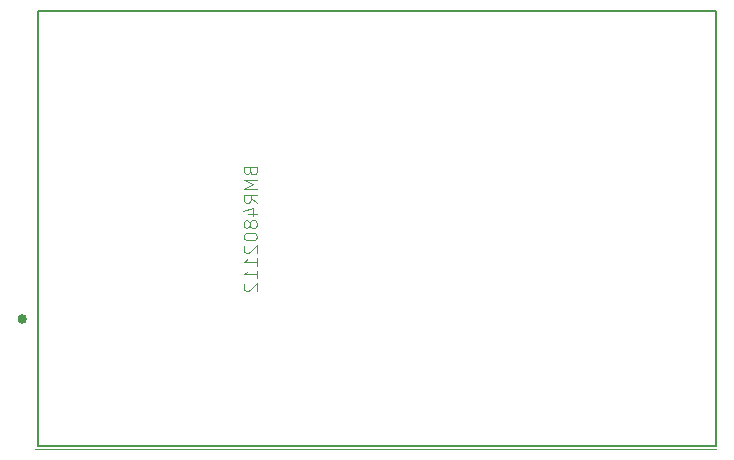
<source format=gbr>
%TF.GenerationSoftware,KiCad,Pcbnew,(5.1.9)-1*%
%TF.CreationDate,2021-04-12T23:16:36+02:00*%
%TF.ProjectId,v1_BMR480,76315f42-4d52-4343-9830-2e6b69636164,rev?*%
%TF.SameCoordinates,Original*%
%TF.FileFunction,Other,Fab,Bot*%
%FSLAX46Y46*%
G04 Gerber Fmt 4.6, Leading zero omitted, Abs format (unit mm)*
G04 Created by KiCad (PCBNEW (5.1.9)-1) date 2021-04-12 23:16:36*
%MOMM*%
%LPD*%
G01*
G04 APERTURE LIST*
%ADD10C,0.400000*%
%ADD11C,0.050000*%
%ADD12C,0.127000*%
%ADD13C,0.015000*%
G04 APERTURE END LIST*
D10*
%TO.C,PS1*%
X88772000Y-71173000D02*
G75*
G03*
X88772000Y-71173000I-200000J0D01*
G01*
D11*
X89660000Y-82150000D02*
X147310000Y-82150000D01*
D12*
X147310000Y-45100000D02*
X89910000Y-45100000D01*
X147310000Y-81900000D02*
X147310000Y-45100000D01*
X89910000Y-81900000D02*
X147310000Y-81900000D01*
X89910000Y-45100000D02*
X89910000Y-81900000D01*
%TD*%
%TO.C,PS1*%
D13*
X107870000Y-58646666D02*
X107923333Y-58806666D01*
X107976666Y-58860000D01*
X108083333Y-58913333D01*
X108243333Y-58913333D01*
X108350000Y-58860000D01*
X108403333Y-58806666D01*
X108456666Y-58700000D01*
X108456666Y-58273333D01*
X107336666Y-58273333D01*
X107336666Y-58646666D01*
X107390000Y-58753333D01*
X107443333Y-58806666D01*
X107550000Y-58860000D01*
X107656666Y-58860000D01*
X107763333Y-58806666D01*
X107816666Y-58753333D01*
X107870000Y-58646666D01*
X107870000Y-58273333D01*
X108456666Y-59393333D02*
X107336666Y-59393333D01*
X108136666Y-59766666D01*
X107336666Y-60140000D01*
X108456666Y-60140000D01*
X108456666Y-61313333D02*
X107923333Y-60940000D01*
X108456666Y-60673333D02*
X107336666Y-60673333D01*
X107336666Y-61100000D01*
X107390000Y-61206666D01*
X107443333Y-61260000D01*
X107550000Y-61313333D01*
X107710000Y-61313333D01*
X107816666Y-61260000D01*
X107870000Y-61206666D01*
X107923333Y-61100000D01*
X107923333Y-60673333D01*
X107710000Y-62273333D02*
X108456666Y-62273333D01*
X107283333Y-62006666D02*
X108083333Y-61740000D01*
X108083333Y-62433333D01*
X107816666Y-63020000D02*
X107763333Y-62913333D01*
X107710000Y-62860000D01*
X107603333Y-62806666D01*
X107550000Y-62806666D01*
X107443333Y-62860000D01*
X107390000Y-62913333D01*
X107336666Y-63020000D01*
X107336666Y-63233333D01*
X107390000Y-63340000D01*
X107443333Y-63393333D01*
X107550000Y-63446666D01*
X107603333Y-63446666D01*
X107710000Y-63393333D01*
X107763333Y-63340000D01*
X107816666Y-63233333D01*
X107816666Y-63020000D01*
X107870000Y-62913333D01*
X107923333Y-62860000D01*
X108030000Y-62806666D01*
X108243333Y-62806666D01*
X108350000Y-62860000D01*
X108403333Y-62913333D01*
X108456666Y-63020000D01*
X108456666Y-63233333D01*
X108403333Y-63340000D01*
X108350000Y-63393333D01*
X108243333Y-63446666D01*
X108030000Y-63446666D01*
X107923333Y-63393333D01*
X107870000Y-63340000D01*
X107816666Y-63233333D01*
X107336666Y-64140000D02*
X107336666Y-64246666D01*
X107390000Y-64353333D01*
X107443333Y-64406666D01*
X107550000Y-64460000D01*
X107763333Y-64513333D01*
X108030000Y-64513333D01*
X108243333Y-64460000D01*
X108350000Y-64406666D01*
X108403333Y-64353333D01*
X108456666Y-64246666D01*
X108456666Y-64140000D01*
X108403333Y-64033333D01*
X108350000Y-63980000D01*
X108243333Y-63926666D01*
X108030000Y-63873333D01*
X107763333Y-63873333D01*
X107550000Y-63926666D01*
X107443333Y-63980000D01*
X107390000Y-64033333D01*
X107336666Y-64140000D01*
X107443333Y-64939999D02*
X107390000Y-64993333D01*
X107336666Y-65099999D01*
X107336666Y-65366666D01*
X107390000Y-65473333D01*
X107443333Y-65526666D01*
X107550000Y-65579999D01*
X107656666Y-65579999D01*
X107816666Y-65526666D01*
X108456666Y-64886666D01*
X108456666Y-65579999D01*
X108456666Y-66646666D02*
X108456666Y-66006666D01*
X108456666Y-66326666D02*
X107336666Y-66326666D01*
X107496666Y-66219999D01*
X107603333Y-66113333D01*
X107656666Y-66006666D01*
X108456666Y-67713333D02*
X108456666Y-67073333D01*
X108456666Y-67393333D02*
X107336666Y-67393333D01*
X107496666Y-67286666D01*
X107603333Y-67179999D01*
X107656666Y-67073333D01*
X107443333Y-68139999D02*
X107390000Y-68193333D01*
X107336666Y-68299999D01*
X107336666Y-68566666D01*
X107390000Y-68673333D01*
X107443333Y-68726666D01*
X107550000Y-68779999D01*
X107656666Y-68779999D01*
X107816666Y-68726666D01*
X108456666Y-68086666D01*
X108456666Y-68779999D01*
%TD*%
M02*

</source>
